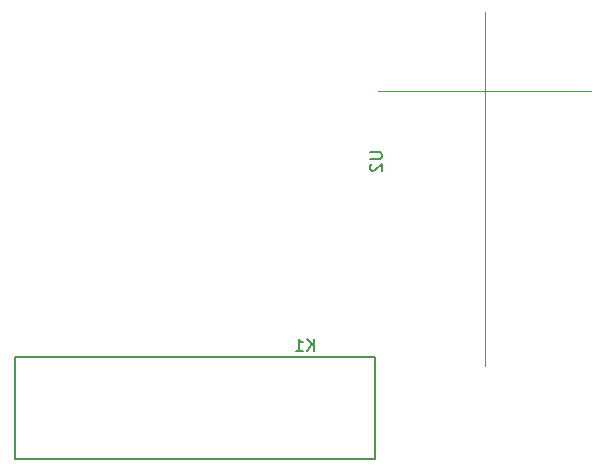
<source format=gbo>
G04 #@! TF.GenerationSoftware,KiCad,Pcbnew,5.1.4-e60b266~84~ubuntu18.04.1*
G04 #@! TF.CreationDate,2020-01-06T17:57:10-05:00*
G04 #@! TF.ProjectId,AIR_MINUS,4149525f-4d49-44e5-9553-2e6b69636164,rev?*
G04 #@! TF.SameCoordinates,Original*
G04 #@! TF.FileFunction,Legend,Bot*
G04 #@! TF.FilePolarity,Positive*
%FSLAX46Y46*%
G04 Gerber Fmt 4.6, Leading zero omitted, Abs format (unit mm)*
G04 Created by KiCad (PCBNEW 5.1.4-e60b266~84~ubuntu18.04.1) date 2020-01-06 17:57:10*
%MOMM*%
%LPD*%
G04 APERTURE LIST*
%ADD10C,0.120000*%
%ADD11C,0.150000*%
G04 APERTURE END LIST*
D10*
X139352800Y-139526000D02*
X139352800Y-169526000D01*
X130352800Y-146276000D02*
X148352800Y-146276000D01*
D11*
X99618800Y-168757600D02*
X99618800Y-177393600D01*
X130098800Y-168757600D02*
X99618800Y-168757600D01*
X130098800Y-177393600D02*
X130098800Y-168757600D01*
X99618800Y-177393600D02*
X130098800Y-177393600D01*
X129652780Y-151434895D02*
X130462304Y-151434895D01*
X130557542Y-151482514D01*
X130605161Y-151530133D01*
X130652780Y-151625371D01*
X130652780Y-151815847D01*
X130605161Y-151911085D01*
X130557542Y-151958704D01*
X130462304Y-152006323D01*
X129652780Y-152006323D01*
X129748019Y-152434895D02*
X129700400Y-152482514D01*
X129652780Y-152577752D01*
X129652780Y-152815847D01*
X129700400Y-152911085D01*
X129748019Y-152958704D01*
X129843257Y-153006323D01*
X129938495Y-153006323D01*
X130081352Y-152958704D01*
X130652780Y-152387276D01*
X130652780Y-153006323D01*
X124893295Y-168244780D02*
X124893295Y-167244780D01*
X124321866Y-168244780D02*
X124750438Y-167673352D01*
X124321866Y-167244780D02*
X124893295Y-167816209D01*
X123369485Y-168244780D02*
X123940914Y-168244780D01*
X123655200Y-168244780D02*
X123655200Y-167244780D01*
X123750438Y-167387638D01*
X123845676Y-167482876D01*
X123940914Y-167530495D01*
M02*

</source>
